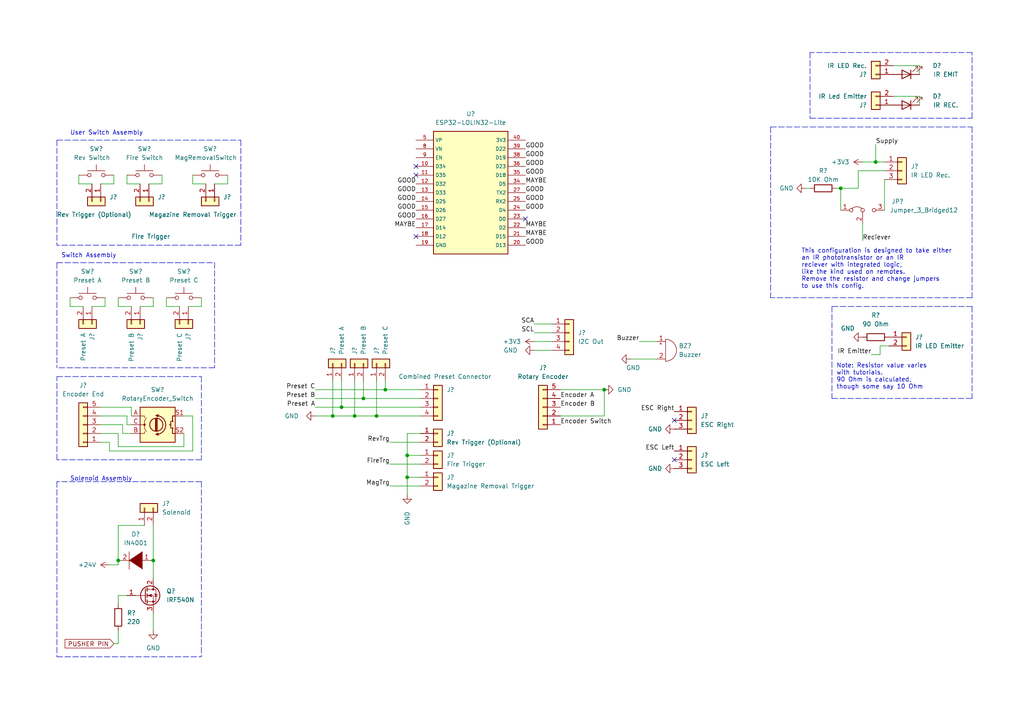
<source format=kicad_sch>
(kicad_sch (version 20211123) (generator eeschema)
  (paper "A4")
  (lib_symbols
    (symbol "Connector_Generic:Conn_01x02" (pin_names (offset 1.016) hide)
      (property "Reference" "J" (at 0 2.54 0))
      (property "Value" "Conn_01x02" (at 0 -5.08 0))
      (symbol "Conn_01x02_1_1"
        (rectangle (start -1.27 -2.413) (end 0 -2.667) (stroke (width 0.1524)))
        (rectangle (start -1.27 0.127) (end 0 -0.127) (stroke (width 0.1524)))
        (rectangle (start -1.27 1.27) (end 1.27 -3.81) (stroke (width 0.254)) (fill (type background)))
        (pin passive line (at -5.08 0 0) (length 3.81) (name "Pin_1") (number "1"))
        (pin passive line (at -5.08 -2.54 0) (length 3.81) (name "Pin_2") (number "2"))
      )
    )
    (symbol "Connector_Generic:Conn_01x03" (pin_names (offset 1.016) hide)
      (property "Reference" "J" (at 0 5.08 0))
      (property "Value" "Conn_01x03" (at 0 -5.08 0))
      (symbol "Conn_01x03_1_1"
        (rectangle (start -1.27 -2.413) (end 0 -2.667) (stroke (width 0.1524)))
        (rectangle (start -1.27 0.127) (end 0 -0.127) (stroke (width 0.1524)))
        (rectangle (start -1.27 2.667) (end 0 2.413) (stroke (width 0.1524)))
        (rectangle (start -1.27 3.81) (end 1.27 -3.81) (stroke (width 0.254)) (fill (type background)))
        (pin passive line (at -5.08 2.54 0) (length 3.81) (name "Pin_1") (number "1"))
        (pin passive line (at -5.08 0 0) (length 3.81) (name "Pin_2") (number "2"))
        (pin passive line (at -5.08 -2.54 0) (length 3.81) (name "Pin_3") (number "3"))
      )
    )
    (symbol "Connector_Generic:Conn_01x04" (pin_names (offset 1.016) hide)
      (property "Reference" "J" (at 0 5.08 0))
      (property "Value" "Conn_01x04" (at 0 -7.62 0))
      (symbol "Conn_01x04_1_1"
        (rectangle (start -1.27 -4.953) (end 0 -5.207) (stroke (width 0.1524)))
        (rectangle (start -1.27 -2.413) (end 0 -2.667) (stroke (width 0.1524)))
        (rectangle (start -1.27 0.127) (end 0 -0.127) (stroke (width 0.1524)))
        (rectangle (start -1.27 2.667) (end 0 2.413) (stroke (width 0.1524)))
        (rectangle (start -1.27 3.81) (end 1.27 -6.35) (stroke (width 0.254)) (fill (type background)))
        (pin passive line (at -5.08 2.54 0) (length 3.81) (name "Pin_1") (number "1"))
        (pin passive line (at -5.08 0 0) (length 3.81) (name "Pin_2") (number "2"))
        (pin passive line (at -5.08 -2.54 0) (length 3.81) (name "Pin_3") (number "3"))
        (pin passive line (at -5.08 -5.08 0) (length 3.81) (name "Pin_4") (number "4"))
      )
    )
    (symbol "Connector_Generic:Conn_01x05" (pin_names (offset 1.016) hide)
      (property "Reference" "J" (at 0 7.62 0))
      (property "Value" "Conn_01x05" (at 0 -7.62 0))
      (symbol "Conn_01x05_1_1"
        (rectangle (start -1.27 -4.953) (end 0 -5.207) (stroke (width 0.1524)))
        (rectangle (start -1.27 -2.413) (end 0 -2.667) (stroke (width 0.1524)))
        (rectangle (start -1.27 0.127) (end 0 -0.127) (stroke (width 0.1524)))
        (rectangle (start -1.27 2.667) (end 0 2.413) (stroke (width 0.1524)))
        (rectangle (start -1.27 5.207) (end 0 4.953) (stroke (width 0.1524)))
        (rectangle (start -1.27 6.35) (end 1.27 -6.35) (stroke (width 0.254)) (fill (type background)))
        (pin passive line (at -5.08 5.08 0) (length 3.81) (name "Pin_1") (number "1"))
        (pin passive line (at -5.08 2.54 0) (length 3.81) (name "Pin_2") (number "2"))
        (pin passive line (at -5.08 0 0) (length 3.81) (name "Pin_3") (number "3"))
        (pin passive line (at -5.08 -2.54 0) (length 3.81) (name "Pin_4") (number "4"))
        (pin passive line (at -5.08 -5.08 0) (length 3.81) (name "Pin_5") (number "5"))
      )
    )
    (symbol "Device:Buzzer" (pin_names (offset 0.0254) hide)
      (property "Reference" "BZ" (at 3.81 1.27 0))
      (property "Value" "Buzzer" (at 3.81 -1.27 0))
      (symbol "Buzzer_0_1"
        (arc (start 0 -3.175) (mid 3.175 0) (end 0 3.175))
        (polyline (pts (xy -1.651 1.905) (xy -1.143 1.905)))
        (polyline (pts (xy -1.397 2.159) (xy -1.397 1.651)))
        (polyline (pts (xy 0 3.175) (xy 0 -3.175)))
      )
      (symbol "Buzzer_1_1"
        (pin passive line (at -2.54 2.54 0) (length 2.54) (name "-") (number "1"))
        (pin passive line (at -2.54 -2.54 0) (length 2.54) (name "+") (number "2"))
      )
    )
    (symbol "Device:LED" (pin_numbers hide) (pin_names (offset 1.016) hide)
      (property "Reference" "D" (at 0 2.54 0))
      (property "Value" "LED" (at 0 -2.54 0))
      (symbol "LED_0_1"
        (polyline (pts (xy -1.27 -1.27) (xy -1.27 1.27)) (stroke (width 0.254)))
        (polyline (pts (xy -1.27 0) (xy 1.27 0)))
        (polyline (pts (xy 1.27 -1.27) (xy 1.27 1.27) (xy -1.27 0) (xy 1.27 -1.27)) (stroke (width 0.254)))
        (polyline (pts (xy -3.048 -0.762) (xy -4.572 -2.286) (xy -3.81 -2.286) (xy -4.572 -2.286) (xy -4.572 -1.524)))
        (polyline (pts (xy -1.778 -0.762) (xy -3.302 -2.286) (xy -2.54 -2.286) (xy -3.302 -2.286) (xy -3.302 -1.524)))
      )
      (symbol "LED_1_1"
        (pin passive line (at -3.81 0 0) (length 2.54) (name "K") (number "1"))
        (pin passive line (at 3.81 0 180) (length 2.54) (name "A") (number "2"))
      )
    )
    (symbol "Device:R" (pin_numbers hide) (pin_names (offset 0))
      (property "Reference" "R" (at 2.032 0 90))
      (property "Value" "R" (at 0 0 90))
      (symbol "R_0_1"
        (rectangle (start -1.016 -2.54) (end 1.016 2.54) (stroke (width 0.254)))
      )
      (symbol "R_1_1"
        (pin passive line (at 0 3.81 270) (length 1.27) (name "~") (number "1"))
        (pin passive line (at 0 -3.81 90) (length 1.27) (name "~") (number "2"))
      )
    )
    (symbol "Device:RotaryEncoder_Switch" (pin_names (offset 0.254) hide)
      (property "Reference" "SW" (at 0 6.604 0))
      (property "Value" "RotaryEncoder_Switch" (at 0 -6.604 0))
      (symbol "RotaryEncoder_Switch_0_1"
        (rectangle (start -5.08 5.08) (end 5.08 -5.08) (stroke (width 0.254)) (fill (type background)))
        (circle (center -3.81 0) (radius 0.254) (fill (type outline)))
        (arc (start -0.381 -2.794) (mid 2.3622 -0.0508) (end -0.381 2.667) (stroke (width 0.254)))
        (circle (center -0.381 0) (radius 1.905) (stroke (width 0.254)))
        (polyline (pts (xy -0.635 -1.778) (xy -0.635 1.778)) (stroke (width 0.254)))
        (polyline (pts (xy -0.381 -1.778) (xy -0.381 1.778)) (stroke (width 0.254)))
        (polyline (pts (xy -0.127 1.778) (xy -0.127 -1.778)) (stroke (width 0.254)))
        (polyline (pts (xy 3.81 0) (xy 3.429 0)) (stroke (width 0.254)))
        (polyline (pts (xy 3.81 1.016) (xy 3.81 -1.016)) (stroke (width 0.254)))
        (polyline (pts (xy -5.08 -2.54) (xy -3.81 -2.54) (xy -3.81 -2.032)))
        (polyline (pts (xy -5.08 2.54) (xy -3.81 2.54) (xy -3.81 2.032)))
        (polyline (pts (xy 0.254 -3.048) (xy -0.508 -2.794) (xy 0.127 -2.413)) (stroke (width 0.254)))
        (polyline (pts (xy 0.254 2.921) (xy -0.508 2.667) (xy 0.127 2.286)) (stroke (width 0.254)))
        (polyline (pts (xy 5.08 -2.54) (xy 4.318 -2.54) (xy 4.318 -1.016)) (stroke (width 0.254)))
        (polyline (pts (xy 5.08 2.54) (xy 4.318 2.54) (xy 4.318 1.016)) (stroke (width 0.254)))
        (polyline (pts (xy -5.08 0) (xy -3.81 0) (xy -3.81 -1.016) (xy -3.302 -2.032)))
        (polyline (pts (xy -4.318 0) (xy -3.81 0) (xy -3.81 1.016) (xy -3.302 2.032)))
        (circle (center 4.318 -1.016) (radius 0.127) (stroke (width 0.254)))
        (circle (center 4.318 1.016) (radius 0.127) (stroke (width 0.254)))
      )
      (symbol "RotaryEncoder_Switch_1_1"
        (pin passive line (at -7.62 2.54 0) (length 2.54) (name "A") (number "A"))
        (pin passive line (at -7.62 -2.54 0) (length 2.54) (name "B") (number "B"))
        (pin passive line (at -7.62 0 0) (length 2.54) (name "C") (number "C"))
        (pin passive line (at 7.62 2.54 180) (length 2.54) (name "S1") (number "S1"))
        (pin passive line (at 7.62 -2.54 180) (length 2.54) (name "S2") (number "S2"))
      )
    )
    (symbol "Espressif:ESP32-LOLIN32-Lite"
      (property "Reference" "U" (at -3.81 13.97 0))
      (property "Value" "ESP32-LOLIN32-Lite" (at 0 1.27 90))
      (symbol "ESP32-LOLIN32-Lite_0_1"
        (rectangle (start -11.43 19.05) (end 10.16 -16.51) (stroke (width 0.254)) (fill (type background)))
      )
      (symbol "ESP32-LOLIN32-Lite_1_1"
        (pin bidirectional line (at -16.51 8.89 0) (length 5.08) (name "D34") (number "10"))
        (pin bidirectional line (at -16.51 6.35 0) (length 5.08) (name "D35") (number "11"))
        (pin bidirectional line (at -16.51 3.81 0) (length 5.08) (name "D32") (number "12"))
        (pin bidirectional line (at -16.51 1.27 0) (length 5.08) (name "D33") (number "13"))
        (pin bidirectional line (at -16.51 -1.27 0) (length 5.08) (name "D25") (number "14"))
        (pin bidirectional line (at -16.51 -3.81 0) (length 5.08) (name "D26") (number "15"))
        (pin bidirectional line (at -16.51 -6.35 0) (length 5.08) (name "D27") (number "16"))
        (pin bidirectional line (at -16.51 -8.89 0) (length 5.08) (name "D14") (number "17"))
        (pin bidirectional line (at -16.51 -11.43 0) (length 5.08) (name "D12") (number "18"))
        (pin power_in line (at -16.51 -13.97 0) (length 5.08) (name "GND") (number "19"))
        (pin bidirectional line (at 15.24 -13.97 180) (length 5.08) (name "D13") (number "20"))
        (pin bidirectional line (at 15.24 -11.43 180) (length 5.08) (name "D15") (number "21"))
        (pin bidirectional line (at 15.24 -8.89 180) (length 5.08) (name "D2") (number "22"))
        (pin bidirectional line (at 15.24 -6.35 180) (length 5.08) (name "D0") (number "23"))
        (pin bidirectional line (at 15.24 -3.81 180) (length 5.08) (name "D4") (number "24"))
        (pin input line (at 15.24 -1.27 180) (length 5.08) (name "RX2") (number "25"))
        (pin output line (at 15.24 1.27 180) (length 5.08) (name "TX2") (number "27"))
        (pin bidirectional line (at 15.24 3.81 180) (length 5.08) (name "D5") (number "34"))
        (pin bidirectional line (at 15.24 6.35 180) (length 5.08) (name "D18") (number "35"))
        (pin bidirectional line (at 15.24 8.89 180) (length 5.08) (name "D23") (number "36"))
        (pin bidirectional line (at 15.24 11.43 180) (length 5.08) (name "D19") (number "38"))
        (pin bidirectional line (at 15.24 13.97 180) (length 5.08) (name "D22") (number "39"))
        (pin input line (at 15.24 16.51 180) (length 5.08) (name "3V3") (number "40"))
        (pin bidirectional line (at -16.51 16.51 0) (length 5.08) (name "VP") (number "5"))
        (pin bidirectional line (at -16.51 13.97 0) (length 5.08) (name "VN") (number "8"))
        (pin input line (at -16.51 11.43 0) (length 5.08) (name "EN") (number "9"))
      )
    )
    (symbol "Jumper:Jumper_3_Bridged12" (pin_names (offset 0) hide)
      (property "Reference" "JP" (at -2.54 -2.54 0))
      (property "Value" "Jumper_3_Bridged12" (at 0 2.794 0))
      (symbol "Jumper_3_Bridged12_0_0"
        (circle (center -3.302 0) (radius 0.508))
        (circle (center 0 0) (radius 0.508))
        (circle (center 3.302 0) (radius 0.508))
      )
      (symbol "Jumper_3_Bridged12_0_1"
        (arc (start -0.254 0.508) (mid -1.651 0.9912) (end -3.048 0.508))
        (polyline (pts (xy 0 -1.27) (xy 0 -0.508)))
      )
      (symbol "Jumper_3_Bridged12_1_1"
        (pin passive line (at -6.35 0 0) (length 2.54) (name "A") (number "1"))
        (pin passive line (at 0 -3.81 90) (length 2.54) (name "C") (number "2"))
        (pin passive line (at 6.35 0 180) (length 2.54) (name "B") (number "3"))
      )
    )
    (symbol "Switch:SW_Push" (pin_numbers hide) (pin_names (offset 1.016) hide)
      (property "Reference" "SW" (at 1.27 2.54 0))
      (property "Value" "SW_Push" (at 0 -1.524 0))
      (symbol "SW_Push_0_1"
        (circle (center -2.032 0) (radius 0.508))
        (polyline (pts (xy 0 1.27) (xy 0 3.048)))
        (polyline (pts (xy 2.54 1.27) (xy -2.54 1.27)))
        (circle (center 2.032 0) (radius 0.508))
        (pin passive line (at -5.08 0 0) (length 2.54) (name "1") (number "1"))
        (pin passive line (at 5.08 0 180) (length 2.54) (name "2") (number "2"))
      )
    )
    (symbol "Transistor_FET:IRF540N" (pin_names hide)
      (property "Reference" "Q" (at 6.35 1.905 0))
      (property "Value" "IRF540N" (at 6.35 0 0))
      (symbol "IRF540N_0_1"
        (polyline (pts (xy 0.254 0) (xy -2.54 0)))
        (polyline (pts (xy 0.254 1.905) (xy 0.254 -1.905)) (stroke (width 0.254)))
        (polyline (pts (xy 0.762 -1.27) (xy 0.762 -2.286)) (stroke (width 0.254)))
        (polyline (pts (xy 0.762 0.508) (xy 0.762 -0.508)) (stroke (width 0.254)))
        (polyline (pts (xy 0.762 2.286) (xy 0.762 1.27)) (stroke (width 0.254)))
        (polyline (pts (xy 2.54 2.54) (xy 2.54 1.778)))
        (polyline (pts (xy 2.54 -2.54) (xy 2.54 0) (xy 0.762 0)))
        (polyline (pts (xy 0.762 -1.778) (xy 3.302 -1.778) (xy 3.302 1.778) (xy 0.762 1.778)))
        (polyline (pts (xy 1.016 0) (xy 2.032 0.381) (xy 2.032 -0.381) (xy 1.016 0)) (fill (type outline)))
        (polyline (pts (xy 2.794 0.508) (xy 2.921 0.381) (xy 3.683 0.381) (xy 3.81 0.254)))
        (polyline (pts (xy 3.302 0.381) (xy 2.921 -0.254) (xy 3.683 -0.254) (xy 3.302 0.381)))
        (circle (center 1.651 0) (radius 2.794) (stroke (width 0.254)))
        (circle (center 2.54 -1.778) (radius 0.254) (fill (type outline)))
        (circle (center 2.54 1.778) (radius 0.254) (fill (type outline)))
      )
      (symbol "IRF540N_1_1"
        (pin input line (at -5.08 0 0) (length 2.54) (name "G") (number "1"))
        (pin passive line (at 2.54 5.08 270) (length 2.54) (name "D") (number "2"))
        (pin passive line (at 2.54 -5.08 90) (length 2.54) (name "S") (number "3"))
      )
    )
    (symbol "power:+24V" (power) (pin_names (offset 0))
      (property "Value" "+24V" (at 0 3.556 0))
      (symbol "+24V_0_1"
        (polyline (pts (xy -0.762 1.27) (xy 0 2.54)))
        (polyline (pts (xy 0 0) (xy 0 2.54)))
        (polyline (pts (xy 0 2.54) (xy 0.762 1.27)))
      )
      (symbol "+24V_1_1"
        (pin power_in line (at 0 0 90) (length 0) hide (name "+24V") (number "1"))
      )
    )
    (symbol "power:+3V3" (power) (pin_names (offset 0))
      (property "Value" "+3V3" (at 0 3.556 0))
      (symbol "+3V3_0_1"
        (polyline (pts (xy -0.762 1.27) (xy 0 2.54)))
        (polyline (pts (xy 0 0) (xy 0 2.54)))
        (polyline (pts (xy 0 2.54) (xy 0.762 1.27)))
      )
      (symbol "+3V3_1_1"
        (pin power_in line (at 0 0 90) (length 0) hide (name "+3V3") (number "1"))
      )
    )
    (symbol "power:GND" (power) (pin_names (offset 0))
      (property "Value" "GND" (at 0 -3.81 0))
      (symbol "GND_0_1"
        (polyline (pts (xy 0 0) (xy 0 -1.27) (xy 1.27 -1.27) (xy 0 -2.54) (xy -1.27 -1.27) (xy 0 -1.27)))
      )
      (symbol "GND_1_1"
        (pin power_in line (at 0 0 270) (length 0) hide (name "GND") (number "1"))
      )
    )
    (symbol "pspice:DIODE" (pin_names (offset 1.016) hide)
      (property "Reference" "D" (at 0 3.81 0))
      (property "Value" "DIODE" (at 0 -4.445 0))
      (symbol "DIODE_0_1"
        (polyline (pts (xy 1.905 2.54) (xy 1.905 -2.54)))
        (polyline (pts (xy -1.905 2.54) (xy -1.905 -2.54) (xy 1.905 0)) (fill (type outline)))
      )
      (symbol "DIODE_1_1"
        (pin input line (at -5.08 0 0) (length 3.81) (name "K") (number "1"))
        (pin input line (at 5.08 0 180) (length 3.81) (name "A") (number "2"))
      )
    )
  )
  (junction (at 254 46.99))
  (junction (at 118.11 138.43))
  (junction (at 118.11 132.08))
  (junction (at 109.22 120.65))
  (junction (at 99.06 118.11))
  (junction (at 44.45 162.56))
  (junction (at 102.87 120.65))
  (junction (at 243.84 54.61))
  (junction (at 105.41 115.57))
  (junction (at 34.29 162.56))
  (junction (at 96.52 120.65))
  (junction (at 175.26 113.03))
  (junction (at 111.76 113.03))
  (no_connect (at 120.65 68.58))
  (no_connect (at 120.65 50.8))
  (no_connect (at 120.65 48.26))
  (no_connect (at 195.58 121.92))
  (no_connect (at 195.58 133.35))
  (no_connect (at 152.4 63.5))
  (wire (pts (xy 62.23 53.34) (xy 66.04 53.34)))
  (wire (pts (xy 36.83 50.8) (xy 36.83 53.34)))
  (wire (pts (xy 44.45 162.56) (xy 44.45 167.64)))
  (wire (pts (xy 29.21 128.27) (xy 31.75 128.27)))
  (wire (pts (xy 31.75 130.81) (xy 55.88 130.81)))
  (wire (pts (xy 113.03 140.97) (xy 121.92 140.97)))
  (wire (pts (xy 29.21 123.19) (xy 35.56 123.19)))
  (wire (pts (xy 266.7 30.48) (xy 266.7 27.94)))
  (wire (pts (xy 34.29 182.88) (xy 34.29 186.69)))
  (wire (pts (xy 154.94 96.52) (xy 160.02 96.52)))
  (polyline (pts (xy 281.94 86.36) (xy 223.52 86.36)))
  (wire (pts (xy 154.94 93.98) (xy 160.02 93.98)))
  (wire (pts (xy 26.67 88.9) (xy 30.48 88.9)))
  (wire (pts (xy 105.41 115.57) (xy 121.92 115.57)))
  (wire (pts (xy 34.29 172.72) (xy 34.29 175.26)))
  (wire (pts (xy 29.21 53.34) (xy 33.02 53.34)))
  (polyline (pts (xy 281.94 88.9) (xy 281.94 115.57)))
  (wire (pts (xy 55.88 53.34) (xy 55.88 50.8)))
  (wire (pts (xy 31.75 128.27) (xy 31.75 130.81)))
  (wire (pts (xy 36.83 172.72) (xy 34.29 172.72)))
  (wire (pts (xy 111.76 110.49) (xy 111.76 113.03)))
  (polyline (pts (xy 16.51 190.5) (xy 58.42 190.5)))
  (wire (pts (xy 29.21 120.65) (xy 36.83 120.65)))
  (wire (pts (xy 35.56 125.73) (xy 38.1 125.73)))
  (wire (pts (xy 30.48 88.9) (xy 30.48 86.36)))
  (wire (pts (xy 185.42 99.06) (xy 190.5 99.06)))
  (polyline (pts (xy 69.85 40.64) (xy 69.85 71.12)))
  (polyline (pts (xy 234.95 34.29) (xy 281.94 34.29)))
  (wire (pts (xy 26.67 53.34) (xy 22.86 53.34)))
  (polyline (pts (xy 62.23 106.68) (xy 16.51 106.68)))
  (wire (pts (xy 252.73 102.87) (xy 255.27 102.87)))
  (wire (pts (xy 43.18 53.34) (xy 46.99 53.34)))
  (wire (pts (xy 243.84 54.61) (xy 248.92 54.61)))
  (wire (pts (xy 35.56 123.19) (xy 35.56 125.73)))
  (wire (pts (xy 40.64 88.9) (xy 44.45 88.9)))
  (wire (pts (xy 38.1 120.65) (xy 38.1 118.11)))
  (wire (pts (xy 31.75 163.83) (xy 34.29 163.83)))
  (wire (pts (xy 52.07 88.9) (xy 48.26 88.9)))
  (wire (pts (xy 34.29 86.36) (xy 34.29 88.9)))
  (polyline (pts (xy 16.51 40.64) (xy 16.51 71.12)))
  (wire (pts (xy 254 41.91) (xy 254 46.99)))
  (wire (pts (xy 105.41 110.49) (xy 105.41 115.57)))
  (wire (pts (xy 91.44 113.03) (xy 111.76 113.03)))
  (wire (pts (xy 266.7 27.94) (xy 259.08 27.94)))
  (wire (pts (xy 118.11 138.43) (xy 118.11 143.51)))
  (wire (pts (xy 250.19 46.99) (xy 254 46.99)))
  (wire (pts (xy 55.88 130.81) (xy 55.88 120.65)))
  (wire (pts (xy 255.27 100.33) (xy 257.81 100.33)))
  (polyline (pts (xy 281.94 34.29) (xy 281.94 15.24)))
  (wire (pts (xy 58.42 88.9) (xy 58.42 86.36)))
  (wire (pts (xy 175.26 113.03) (xy 162.56 113.03)))
  (wire (pts (xy 96.52 110.49) (xy 96.52 120.65)))
  (wire (pts (xy 24.13 88.9) (xy 20.32 88.9)))
  (wire (pts (xy 118.11 132.08) (xy 121.92 132.08)))
  (wire (pts (xy 55.88 120.65) (xy 53.34 120.65)))
  (wire (pts (xy 118.11 125.73) (xy 118.11 132.08)))
  (wire (pts (xy 255.27 102.87) (xy 255.27 100.33)))
  (wire (pts (xy 91.44 120.65) (xy 96.52 120.65)))
  (polyline (pts (xy 281.94 88.9) (xy 241.3 88.9)))
  (polyline (pts (xy 58.42 133.35) (xy 16.51 133.35)))
  (wire (pts (xy 54.61 88.9) (xy 58.42 88.9)))
  (wire (pts (xy 91.44 115.57) (xy 105.41 115.57)))
  (wire (pts (xy 38.1 123.19) (xy 36.83 123.19)))
  (wire (pts (xy 256.54 60.96) (xy 256.54 52.07)))
  (wire (pts (xy 44.45 86.36) (xy 44.45 88.9)))
  (wire (pts (xy 102.87 120.65) (xy 109.22 120.65)))
  (wire (pts (xy 109.22 120.65) (xy 121.92 120.65)))
  (wire (pts (xy 118.11 138.43) (xy 121.92 138.43)))
  (wire (pts (xy 44.45 177.8) (xy 44.45 182.88)))
  (wire (pts (xy 59.69 53.34) (xy 55.88 53.34)))
  (wire (pts (xy 99.06 118.11) (xy 121.92 118.11)))
  (wire (pts (xy 44.45 152.4) (xy 44.45 162.56)))
  (wire (pts (xy 46.99 50.8) (xy 46.99 53.34)))
  (polyline (pts (xy 58.42 109.22) (xy 58.42 133.35)))
  (wire (pts (xy 34.29 125.73) (xy 29.21 125.73)))
  (wire (pts (xy 34.29 186.69) (xy 33.02 186.69)))
  (polyline (pts (xy 16.51 76.2) (xy 16.51 106.68)))
  (polyline (pts (xy 16.51 139.7) (xy 16.51 190.5)))
  (wire (pts (xy 175.26 120.65) (xy 162.56 120.65)))
  (wire (pts (xy 266.7 21.59) (xy 266.7 19.05)))
  (wire (pts (xy 29.21 118.11) (xy 38.1 118.11)))
  (polyline (pts (xy 223.52 36.83) (xy 281.94 36.83)))
  (wire (pts (xy 53.34 129.54) (xy 34.29 129.54)))
  (wire (pts (xy 233.68 54.61) (xy 234.95 54.61)))
  (wire (pts (xy 102.87 110.49) (xy 102.87 120.65)))
  (wire (pts (xy 34.29 162.56) (xy 34.29 163.83)))
  (wire (pts (xy 113.03 134.62) (xy 121.92 134.62)))
  (wire (pts (xy 33.02 53.34) (xy 33.02 50.8)))
  (wire (pts (xy 248.92 49.53) (xy 256.54 49.53)))
  (wire (pts (xy 113.03 128.27) (xy 121.92 128.27)))
  (polyline (pts (xy 62.23 76.2) (xy 62.23 106.68)))
  (wire (pts (xy 243.84 54.61) (xy 243.84 60.96)))
  (wire (pts (xy 248.92 54.61) (xy 248.92 49.53)))
  (wire (pts (xy 34.29 129.54) (xy 34.29 125.73)))
  (polyline (pts (xy 234.95 15.24) (xy 234.95 34.29)))
  (wire (pts (xy 91.44 118.11) (xy 99.06 118.11)))
  (wire (pts (xy 48.26 88.9) (xy 48.26 86.36)))
  (polyline (pts (xy 223.52 36.83) (xy 223.52 86.36)))
  (polyline (pts (xy 281.94 36.83) (xy 281.94 86.36)))
  (polyline (pts (xy 281.94 15.24) (xy 234.95 15.24)))
  (wire (pts (xy 118.11 132.08) (xy 118.11 138.43)))
  (wire (pts (xy 154.94 101.6) (xy 160.02 101.6)))
  (polyline (pts (xy 58.42 139.7) (xy 58.42 190.5)))
  (polyline (pts (xy 241.3 115.57) (xy 281.94 115.57)))
  (wire (pts (xy 34.29 152.4) (xy 41.91 152.4)))
  (wire (pts (xy 154.94 99.06) (xy 160.02 99.06)))
  (wire (pts (xy 121.92 125.73) (xy 118.11 125.73)))
  (wire (pts (xy 66.04 53.34) (xy 66.04 50.8)))
  (wire (pts (xy 40.64 53.34) (xy 36.83 53.34)))
  (wire (pts (xy 242.57 54.61) (xy 243.84 54.61)))
  (wire (pts (xy 175.26 113.03) (xy 175.26 120.65)))
  (polyline (pts (xy 69.85 71.12) (xy 16.51 71.12)))
  (wire (pts (xy 96.52 120.65) (xy 102.87 120.65)))
  (polyline (pts (xy 58.42 139.7) (xy 16.51 139.7)))
  (wire (pts (xy 111.76 113.03) (xy 121.92 113.03)))
  (polyline (pts (xy 16.51 133.35) (xy 16.51 109.22)))
  (wire (pts (xy 38.1 88.9) (xy 34.29 88.9)))
  (wire (pts (xy 182.88 104.14) (xy 190.5 104.14)))
  (wire (pts (xy 20.32 88.9) (xy 20.32 86.36)))
  (wire (pts (xy 254 46.99) (xy 256.54 46.99)))
  (wire (pts (xy 34.29 152.4) (xy 34.29 162.56)))
  (wire (pts (xy 22.86 53.34) (xy 22.86 50.8)))
  (wire (pts (xy 36.83 123.19) (xy 36.83 120.65)))
  (polyline (pts (xy 16.51 76.2) (xy 62.23 76.2)))
  (wire (pts (xy 53.34 125.73) (xy 53.34 129.54)))
  (polyline (pts (xy 16.51 40.64) (xy 69.85 40.64)))
  (wire (pts (xy 250.19 64.77) (xy 250.19 69.85)))
  (polyline (pts (xy 16.51 109.22) (xy 58.42 109.22)))
  (wire (pts (xy 266.7 19.05) (xy 259.08 19.05)))
  (wire (pts (xy 99.06 110.49) (xy 99.06 118.11)))
  (polyline (pts (xy 241.3 88.9) (xy 241.3 115.57)))
  (wire (pts (xy 109.22 110.49) (xy 109.22 120.65)))
  (text "Solenoid Assembly" (at 20.32 139.7 0) (effects (font (size 1.27 1.27)) (justify left bottom)))
  (text "User Switch Assembly\n" (at 20.32 39.37 0) (effects (font (size 1.27 1.27)) (justify left bottom)))
  (text "This configuration is designed to take either\nan IR phototransistor or an IR\nreciever with integrated logic,\nlike the kind used on remotes.\nRemove the resistor and change jumpers\nto use this config." (at 232.41 83.82 0) (effects (font (size 1.27 1.27)) (justify left bottom)))
  (text "Switch Assembly\n" (at 17.78 74.93 0) (effects (font (size 1.27 1.27)) (justify left bottom)))
  (text "Note: Resistor value varies\nwith tutorials.\n90 Ohm is calculated,\nthough some say 10 Ohm\n" (at 242.57 113.03 0) (effects (font (size 1.27 1.27)) (justify left bottom)))
  (label "MAYBE" (at 152.4 66.04 0))
  (label "IR Emitter" (at 252.73 102.87 180))
  (label "MAYBE" (at 120.65 66.04 180))
  (label "FireTrg" (at 113.03 134.62 180))
  (label "GOOD" (at 120.65 58.42 180))
  (label "MagTrg" (at 113.03 140.97 180))
  (label "Preset B" (at 91.44 115.57 180))
  (label "GOOD" (at 152.4 71.12 0))
  (label "MAYBE" (at 152.4 68.58 0))
  (label "GOOD" (at 152.4 50.8 0))
  (label "GOOD" (at 152.4 55.88 0))
  (label "SCL" (at 154.94 96.52 180))
  (label "GOOD" (at 152.4 58.42 0))
  (label "GOOD" (at 120.65 55.88 180))
  (label "Preset C" (at 91.44 113.03 180))
  (label "MAYBE" (at 152.4 53.34 0))
  (label "ESC Right" (at 195.58 119.38 180))
  (label "Supply" (at 254 41.91 0))
  (label "Encoder B" (at 162.56 118.11 0))
  (label "GOOD" (at 152.4 60.96 0))
  (label "GOOD" (at 120.65 60.96 180))
  (label "SCA" (at 154.94 93.98 180))
  (label "GOOD" (at 120.65 53.34 180))
  (label "GOOD" (at 152.4 48.26 0))
  (label "GOOD" (at 152.4 43.18 0))
  (label "Reciever" (at 250.19 69.85 0))
  (label "Buzzer" (at 185.42 99.06 180))
  (label "GOOD" (at 152.4 45.72 0))
  (label "Encoder A" (at 162.56 115.57 0))
  (label "ESC Left" (at 195.58 130.81 180))
  (label "RevTrg" (at 113.03 128.27 180))
  (label "Encoder Switch" (at 162.56 123.19 0))
  (label "GOOD" (at 120.65 63.5 180))
  (label "Preset A" (at 91.44 118.11 180))
  (global_label "PUSHER PIN" (shape input) (at 33.02 186.69 180) (property "Intersheet References" "${INTERSHEET_REFS}" (effects hide)))
  (symbol (lib_id "power:+3V3") (at 250.19 46.99 90) (unit 1)
    (property "Reference" "#PWR?" (effects hide))
    (property "Value" "+3V3" (at 246.38 46.9899 90) (effects (justify left)))
  )
  (symbol (lib_id "Connector_Generic:Conn_01x02") (at 127 138.43 0) (unit 1)
    (property "Reference" "J?" (at 129.54 138.4299 0) (effects (justify left)))
    (property "Value" "Magazine Removal Trigger" (at 129.54 140.9699 0) (effects (justify left)))
  )
  (symbol (lib_id "Switch:SW_Push") (at 25.4 86.36 0) (unit 1)
    (property "Reference" "SW?" (at 25.4 78.74 0))
    (property "Value" "Preset A" (at 25.4 81.28 0))
  )
  (symbol (lib_id "power:GND") (at 44.45 182.88 0) (unit 1)
    (property "Reference" "#PWR?" (effects hide))
    (property "Value" "GND" (at 44.45 187.96 0))
  )
  (symbol (lib_id "power:GND") (at 195.58 124.46 270) (unit 1)
    (property "Reference" "#PWR?" (effects hide))
    (property "Value" "GND" (at 187.96 124.46 90) (effects (justify left)))
  )
  (symbol (lib_id "Connector_Generic:Conn_01x02") (at 262.89 97.79 0) (unit 1)
    (property "Reference" "J?" (at 265.43 97.7899 0) (effects (justify left)))
    (property "Value" "IR LED Emitter" (at 265.43 100.3299 0) (effects (justify left)))
  )
  (symbol (lib_id "Connector_Generic:Conn_01x02") (at 254 21.59 180) (unit 1)
    (property "Reference" "J?" (at 251.46 21.5901 0) (effects (justify left)))
    (property "Value" "IR LED Rec." (at 251.46 19.0501 0) (effects (justify left)))
  )
  (symbol (lib_id "Switch:SW_Push") (at 53.34 86.36 0) (unit 1)
    (property "Reference" "SW?" (at 53.34 78.74 0))
    (property "Value" "Preset C" (at 53.34 81.28 0))
  )
  (symbol (lib_id "power:GND") (at 195.58 135.89 270) (unit 1)
    (property "Reference" "#PWR?" (effects hide))
    (property "Value" "GND" (at 187.96 135.89 90) (effects (justify left)))
  )
  (symbol (lib_id "Switch:SW_Push") (at 41.91 50.8 0) (unit 1)
    (property "Reference" "SW?" (at 41.91 43.18 0))
    (property "Value" "Fire Switch" (at 41.91 45.72 0))
  )
  (symbol (lib_id "Device:R") (at 34.29 179.07 180) (unit 1)
    (property "Reference" "R?" (at 36.83 177.7999 0) (effects (justify right)))
    (property "Value" "220" (at 36.83 180.3399 0) (effects (justify right)))
    (property "Footprint" "Resistor_THT:R_Axial_DIN0207_L6.3mm_D2.5mm_P7.62mm_Horizontal" (effects hide))
  )
  (symbol (lib_id "Connector_Generic:Conn_01x02") (at 127 132.08 0) (unit 1)
    (property "Reference" "J?" (at 129.54 132.0799 0) (effects (justify left)))
    (property "Value" "Fire Trigger" (at 129.54 134.6199 0) (effects (justify left)))
  )
  (symbol (lib_id "Connector_Generic:Conn_01x02") (at 109.22 105.41 90) (unit 1)
    (property "Reference" "J?" (at 109.2199 102.87 0) (effects (justify left)))
    (property "Value" "Preset C" (at 111.7599 102.87 0) (effects (justify left)))
  )
  (symbol (lib_id "Switch:SW_Push") (at 39.37 86.36 0) (unit 1)
    (property "Reference" "SW?" (at 39.37 78.74 0))
    (property "Value" "Preset B" (at 39.37 81.28 0))
  )
  (symbol (lib_id "Connector_Generic:Conn_01x05") (at 157.48 118.11 180) (unit 1)
    (property "Reference" "J?" (at 157.48 106.68 0))
    (property "Value" "Rotary Encoder" (at 157.48 109.22 0))
  )
  (symbol (lib_id "Connector_Generic:Conn_01x03") (at 200.66 121.92 0) (unit 1)
    (property "Reference" "J?" (at 203.2 120.6499 0) (effects (justify left)))
    (property "Value" "ESC Right" (at 203.2 123.1899 0) (effects (justify left)))
    (property "Footprint" "Connector_PinHeader_2.54mm:PinHeader_1x03_P2.54mm_Vertical" (effects hide))
  )
  (symbol (lib_id "Connector_Generic:Conn_01x02") (at 29.21 58.42 270) (unit 1)
    (property "Reference" "J?" (at 31.75 57.1499 90) (effects (justify left)))
    (property "Value" "Rev Trigger (Optional)" (at 16.51 62.23 90) (effects (justify left)))
  )
  (symbol (lib_id "Connector_Generic:Conn_01x02") (at 254 30.48 180) (unit 1)
    (property "Reference" "J?" (at 251.46 30.4801 0) (effects (justify left)))
    (property "Value" "IR Led Emitter" (at 251.46 27.9401 0) (effects (justify left)))
  )
  (symbol (lib_id "power:GND") (at 182.88 104.14 270) (unit 1)
    (property "Reference" "#PWR?" (effects hide))
    (property "Value" "GND" (at 181.61 106.68 90) (effects (justify left)))
  )
  (symbol (lib_id "power:GND") (at 91.44 120.65 270) (unit 1)
    (property "Reference" "#PWR?" (effects hide))
    (property "Value" "GND" (at 82.55 120.65 90) (effects (justify left)))
  )
  (symbol (lib_id "power:GND") (at 175.26 113.03 90) (unit 1)
    (property "Reference" "#PWR?" (effects hide))
    (property "Value" "GND" (at 179.07 113.0299 90) (effects (justify right)))
  )
  (symbol (lib_id "power:+24V") (at 31.75 163.83 90) (unit 1)
    (property "Reference" "#PWR?" (effects hide))
    (property "Value" "+24V" (at 27.94 163.8299 90) (effects (justify left)))
  )
  (symbol (lib_id "Connector_Generic:Conn_01x02") (at 102.87 105.41 90) (unit 1)
    (property "Reference" "J?" (at 102.8699 102.87 0) (effects (justify left)))
    (property "Value" "Preset B" (at 105.4099 102.87 0) (effects (justify left)))
  )
  (symbol (lib_id "Device:R") (at 238.76 54.61 90) (unit 1)
    (property "Reference" "R?" (at 238.76 49.53 90))
    (property "Value" "10K Ohm" (at 238.76 52.07 90))
  )
  (symbol (lib_id "power:GND") (at 118.11 143.51 0) (unit 1)
    (property "Reference" "#PWR?" (effects hide))
    (property "Value" "GND" (at 118.11 152.4 90) (effects (justify left)))
  )
  (symbol (lib_id "Connector_Generic:Conn_01x04") (at 165.1 96.52 0) (unit 1)
    (property "Reference" "J?" (at 167.64 96.5199 0) (effects (justify left)))
    (property "Value" "I2C Out" (at 167.64 99.0599 0) (effects (justify left)))
  )
  (symbol (lib_id "Device:R") (at 254 97.79 90) (unit 1)
    (property "Reference" "R?" (at 254 91.44 90))
    (property "Value" "90 Ohm" (at 254 93.98 90))
  )
  (symbol (lib_id "Transistor_FET:IRF540N") (at 41.91 172.72 0) (unit 1)
    (property "Reference" "Q?" (at 48.26 171.4499 0) (effects (justify left)))
    (property "Value" "IRF540N" (at 48.26 173.9899 0) (effects (justify left)))
    (property "Footprint" "Package_TO_SOT_THT:TO-220-3_Vertical" (effects hide))
    (property "Datasheet" "http://www.irf.com/product-info/datasheets/data/irf540n.pdf" (effects hide))
  )
  (symbol (lib_id "Connector_Generic:Conn_01x02") (at 41.91 147.32 90) (unit 1)
    (property "Reference" "J?" (at 46.99 146.0499 90) (effects (justify right)))
    (property "Value" "Solenoid" (at 46.99 148.5899 90) (effects (justify right)))
    (property "Footprint" "Connector_PinHeader_2.54mm:PinHeader_1x02_P2.54mm_Vertical" (effects hide))
  )
  (symbol (lib_id "power:GND") (at 154.94 101.6 270) (unit 1)
    (property "Reference" "#PWR?" (effects hide))
    (property "Value" "GND" (at 146.05 101.6 90) (effects (justify left)))
  )
  (symbol (lib_id "Connector_Generic:Conn_01x05") (at 24.13 123.19 180) (unit 1)
    (property "Reference" "J?" (at 24.13 111.76 0))
    (property "Value" "Encoder End" (at 24.13 114.3 0))
  )
  (symbol (lib_id "Connector_Generic:Conn_01x04") (at 127 115.57 0) (unit 1)
    (property "Reference" "J?" (at 129.54 113.03 0) (effects (justify left)))
    (property "Value" "Combined Preset Connector" (at 115.57 109.22 0) (effects (justify left)))
  )
  (symbol (lib_id "pspice:DIODE") (at 39.37 162.56 180) (unit 1)
    (property "Reference" "D?" (at 39.37 154.94 0))
    (property "Value" "IN4001" (at 39.37 157.48 0))
    (property "Footprint" "Diode_THT:D_DO-41_SOD81_P7.62mm_Horizontal" (effects hide))
  )
  (symbol (lib_id "Switch:SW_Push") (at 27.94 50.8 0) (unit 1)
    (property "Reference" "SW?" (at 27.94 43.18 0))
    (property "Value" "Rev Switch" (at 26.67 45.72 0))
  )
  (symbol (lib_id "Device:LED") (at 262.89 21.59 180) (unit 1)
    (property "Reference" "D?" (at 271.78 19.05 0))
    (property "Value" "IR EMIT" (at 274.32 21.59 0))
  )
  (symbol (lib_id "Switch:SW_Push") (at 60.96 50.8 0) (unit 1)
    (property "Reference" "SW?" (at 60.96 43.18 0))
    (property "Value" "MagRemovalSwitch" (at 59.69 45.72 0))
  )
  (symbol (lib_id "Connector_Generic:Conn_01x02") (at 54.61 93.98 270) (unit 1)
    (property "Reference" "J?" (at 54.6101 96.52 0) (effects (justify left)))
    (property "Value" "Preset C" (at 52.0701 96.52 0) (effects (justify left)))
  )
  (symbol (lib_id "Jumper:Jumper_3_Bridged12") (at 250.19 60.96 0) (unit 1)
    (property "Reference" "JP?" (at 260.35 58.42 0))
    (property "Value" "Jumper_3_Bridged12" (at 267.97 60.96 0))
  )
  (symbol (lib_id "power:GND") (at 233.68 54.61 270) (unit 1)
    (property "Reference" "#PWR?" (effects hide))
    (property "Value" "GND" (at 226.06 54.61 90) (effects (justify left)))
  )
  (symbol (lib_id "Connector_Generic:Conn_01x02") (at 127 125.73 0) (unit 1)
    (property "Reference" "J?" (at 129.54 125.7299 0) (effects (justify left)))
    (property "Value" "Rev Trigger (Optional)" (at 129.54 128.2699 0) (effects (justify left)))
  )
  (symbol (lib_id "Connector_Generic:Conn_01x02") (at 26.67 93.98 270) (unit 1)
    (property "Reference" "J?" (at 26.6701 96.52 0) (effects (justify left)))
    (property "Value" "Preset A" (at 24.1301 96.52 0) (effects (justify left)))
  )
  (symbol (lib_id "Device:RotaryEncoder_Switch") (at 45.72 123.19 0) (unit 1)
    (property "Reference" "SW?" (at 45.72 113.03 0))
    (property "Value" "RotaryEncoder_Switch" (at 45.72 115.57 0))
  )
  (symbol (lib_id "Connector_Generic:Conn_01x02") (at 43.18 58.42 270) (unit 1)
    (property "Reference" "J?" (at 45.72 57.1499 90) (effects (justify left)))
    (property "Value" "Fire Trigger" (at 38.1 68.58 90) (effects (justify left)))
  )
  (symbol (lib_id "Connector_Generic:Conn_01x03") (at 200.66 133.35 0) (unit 1)
    (property "Reference" "J?" (at 203.2 132.0799 0) (effects (justify left)))
    (property "Value" "ESC Left" (at 203.2 134.6199 0) (effects (justify left)))
    (property "Footprint" "Connector_PinHeader_2.54mm:PinHeader_1x03_P2.54mm_Vertical" (effects hide))
  )
  (symbol (lib_id "Connector_Generic:Conn_01x02") (at 96.52 105.41 90) (unit 1)
    (property "Reference" "J?" (at 96.5199 102.87 0) (effects (justify left)))
    (property "Value" "Preset A" (at 99.0599 102.87 0) (effects (justify left)))
  )
  (symbol (lib_id "power:+3V3") (at 154.94 99.06 90) (unit 1)
    (property "Reference" "#PWR?" (effects hide))
    (property "Value" "+3V3" (at 151.13 99.0599 90) (effects (justify left)))
  )
  (symbol (lib_id "power:GND") (at 250.19 97.79 270) (unit 1)
    (property "Reference" "#PWR?" (effects hide))
    (property "Value" "GND" (at 243.84 95.25 90) (effects (justify left)))
  )
  (symbol (lib_id "Espressif:ESP32-LOLIN32-Lite") (at 137.16 57.15 0) (unit 1)
    (property "Reference" "U?" (at 136.525 33.02 0))
    (property "Value" "ESP32-LOLIN32-Lite" (at 136.525 35.56 0))
    (property "Footprint" "Espressif:ESP32-LOLIN32-Lite" (effects hide))
  )
  (symbol (lib_id "Connector_Generic:Conn_01x02") (at 40.64 93.98 270) (unit 1)
    (property "Reference" "J?" (at 40.6401 96.52 0) (effects (justify left)))
    (property "Value" "Preset B" (at 38.1001 96.52 0) (effects (justify left)))
  )
  (symbol (lib_id "Device:Buzzer") (at 193.04 101.6 0) (unit 1)
    (property "Reference" "BZ?" (at 196.85 100.3299 0) (effects (justify left)))
    (property "Value" "Buzzer" (at 196.85 102.8699 0) (effects (justify left)))
  )
  (symbol (lib_id "Device:LED") (at 262.89 30.48 180) (unit 1)
    (property "Reference" "D?" (at 271.78 27.94 0))
    (property "Value" "IR REC." (at 274.32 30.48 0))
  )
  (symbol (lib_id "Connector_Generic:Conn_01x03") (at 261.62 49.53 0) (unit 1)
    (property "Reference" "J?" (at 264.16 48.2599 0) (effects (justify left)))
    (property "Value" "IR LED Rec." (at 264.16 50.7999 0) (effects (justify left)))
    (property "Footprint" "Connector_PinHeader_2.54mm:PinHeader_1x03_P2.54mm_Vertical" (effects hide))
  )
  (symbol (lib_id "Connector_Generic:Conn_01x02") (at 62.23 58.42 270) (unit 1)
    (property "Reference" "J?" (at 64.77 57.1499 90) (effects (justify left)))
    (property "Value" "Magazine Removal Trigger" (at 43.18 62.23 90) (effects (justify left)))
  )
)
</source>
